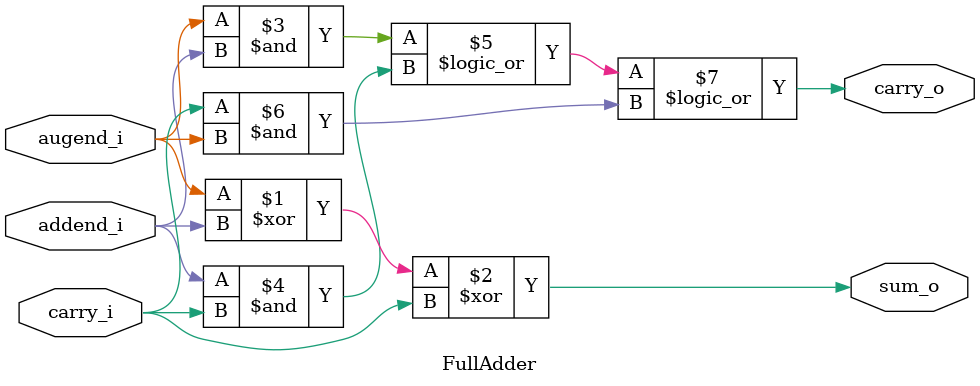
<source format=v>
`timescale 1ns / 1ps


module FullAdder(
    input augend_i,
    input addend_i,
    input carry_i,
    output sum_o,
    output carry_o);

    assign sum_o = augend_i ^ addend_i ^ carry_i;
    assign carry_o = (augend_i & addend_i) || (addend_i & carry_i) || (carry_i & augend_i);

endmodule

</source>
